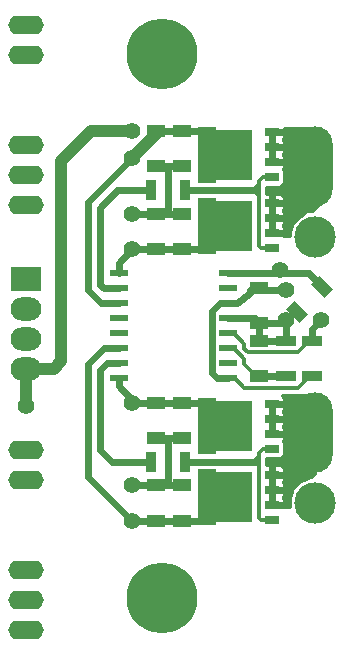
<source format=gbr>
G04 #@! TF.FileFunction,Copper,L2,Bot,Signal*
%FSLAX46Y46*%
G04 Gerber Fmt 4.6, Leading zero omitted, Abs format (unit mm)*
G04 Created by KiCad (PCBNEW 4.0.7) date 04/23/18 08:39:13*
%MOMM*%
%LPD*%
G01*
G04 APERTURE LIST*
%ADD10C,0.100000*%
%ADD11R,2.600000X2.000000*%
%ADD12O,2.600000X2.000000*%
%ADD13R,1.600000X1.000000*%
%ADD14C,2.999740*%
%ADD15C,3.500120*%
%ADD16R,0.600000X0.900000*%
%ADD17R,0.900000X0.600000*%
%ADD18R,1.150000X0.700000*%
%ADD19R,1.550000X4.700000*%
%ADD20R,3.300000X4.200000*%
%ADD21R,0.900000X1.700000*%
%ADD22R,1.700000X0.900000*%
%ADD23R,1.500000X0.600000*%
%ADD24C,6.000000*%
%ADD25O,3.000000X1.600000*%
%ADD26C,1.400000*%
%ADD27C,0.600000*%
%ADD28C,1.000000*%
%ADD29C,0.300000*%
%ADD30C,0.256000*%
G04 APERTURE END LIST*
D10*
D11*
X3500000Y-25000000D03*
D12*
X3500000Y-27540000D03*
X3500000Y-30080000D03*
X3500000Y-32620000D03*
D13*
X23250000Y-25750000D03*
X23250000Y-28750000D03*
X14500000Y-22500000D03*
X14500000Y-19500000D03*
X16750000Y-22500000D03*
X16750000Y-19500000D03*
D10*
G36*
X28348528Y-24770101D02*
X29479899Y-25901472D01*
X28772792Y-26608579D01*
X27641421Y-25477208D01*
X28348528Y-24770101D01*
X28348528Y-24770101D01*
G37*
G36*
X26227208Y-26891421D02*
X27358579Y-28022792D01*
X26651472Y-28729899D01*
X25520101Y-27598528D01*
X26227208Y-26891421D01*
X26227208Y-26891421D01*
G37*
D13*
X14500000Y-15500000D03*
X14500000Y-12500000D03*
X16750000Y-15500000D03*
X16750000Y-12500000D03*
X23250000Y-33250000D03*
X23250000Y-30250000D03*
X14500000Y-45500000D03*
X14500000Y-42500000D03*
X16750000Y-45500000D03*
X16750000Y-42500000D03*
X14500000Y-38500000D03*
X14500000Y-35500000D03*
X16750000Y-38500000D03*
X16750000Y-35500000D03*
D14*
X28000000Y-17405000D03*
X28000000Y-13595000D03*
D15*
X28000000Y-21500000D03*
D14*
X28000000Y-39905000D03*
X28000000Y-36095000D03*
D15*
X28000000Y-44000000D03*
D16*
X21315000Y-19350000D03*
X22165000Y-19350000D03*
X20465000Y-19350000D03*
X21315000Y-21650000D03*
X22165000Y-21650000D03*
X20465000Y-21650000D03*
X20465000Y-20500000D03*
X22165000Y-20500000D03*
D17*
X18615000Y-18620000D03*
X18615000Y-22380000D03*
X18615000Y-19900000D03*
D18*
X24335000Y-19860000D03*
X24335000Y-18590000D03*
X24335000Y-21140000D03*
D19*
X18865000Y-20500000D03*
D20*
X21065000Y-20500000D03*
D18*
X24335000Y-22410000D03*
D17*
X18615000Y-21100000D03*
D16*
X21315000Y-20500000D03*
X21315000Y-13350000D03*
X22165000Y-13350000D03*
X20465000Y-13350000D03*
X21315000Y-15650000D03*
X22165000Y-15650000D03*
X20465000Y-15650000D03*
X20465000Y-14500000D03*
X22165000Y-14500000D03*
D17*
X18615000Y-12620000D03*
X18615000Y-16380000D03*
X18615000Y-13900000D03*
D18*
X24335000Y-13860000D03*
X24335000Y-12590000D03*
X24335000Y-15140000D03*
D19*
X18865000Y-14500000D03*
D20*
X21065000Y-14500000D03*
D18*
X24335000Y-16410000D03*
D17*
X18615000Y-15100000D03*
D16*
X21315000Y-14500000D03*
X21315000Y-42350000D03*
X22165000Y-42350000D03*
X20465000Y-42350000D03*
X21315000Y-44650000D03*
X22165000Y-44650000D03*
X20465000Y-44650000D03*
X20465000Y-43500000D03*
X22165000Y-43500000D03*
D17*
X18615000Y-41620000D03*
X18615000Y-45380000D03*
X18615000Y-42900000D03*
D18*
X24335000Y-42860000D03*
X24335000Y-41590000D03*
X24335000Y-44140000D03*
D19*
X18865000Y-43500000D03*
D20*
X21065000Y-43500000D03*
D18*
X24335000Y-45410000D03*
D17*
X18615000Y-44100000D03*
D16*
X21315000Y-43500000D03*
X21315000Y-36350000D03*
X22165000Y-36350000D03*
X20465000Y-36350000D03*
X21315000Y-38650000D03*
X22165000Y-38650000D03*
X20465000Y-38650000D03*
X20465000Y-37500000D03*
X22165000Y-37500000D03*
D17*
X18615000Y-35620000D03*
X18615000Y-39380000D03*
X18615000Y-36900000D03*
D18*
X24335000Y-36860000D03*
X24335000Y-35590000D03*
X24335000Y-38140000D03*
D19*
X18865000Y-37500000D03*
D20*
X21065000Y-37500000D03*
D18*
X24335000Y-39410000D03*
D17*
X18615000Y-38100000D03*
D16*
X21315000Y-37500000D03*
D21*
X16950000Y-17500000D03*
X14050000Y-17500000D03*
D22*
X27750000Y-33200000D03*
X27750000Y-30300000D03*
X25500000Y-33200000D03*
X25500000Y-30300000D03*
D21*
X16950000Y-40500000D03*
X14050000Y-40500000D03*
D23*
X20650000Y-24555000D03*
X20650000Y-25825000D03*
X20650000Y-27095000D03*
X20650000Y-28365000D03*
X20650000Y-29635000D03*
X20650000Y-30905000D03*
X20650000Y-32175000D03*
X20650000Y-33445000D03*
X11350000Y-33445000D03*
X11350000Y-32175000D03*
X11350000Y-30905000D03*
X11350000Y-29635000D03*
X11350000Y-28365000D03*
X11350000Y-27095000D03*
X11350000Y-25825000D03*
X11350000Y-24555000D03*
D24*
X15000000Y-52000000D03*
X15000000Y-6000000D03*
D25*
X3500000Y-3500000D03*
X3500000Y-6040000D03*
X3500000Y-13660000D03*
X3500000Y-16200000D03*
X3500000Y-18740000D03*
X3500000Y-39500000D03*
X3500000Y-42040000D03*
X3500000Y-49660000D03*
X3500000Y-52200000D03*
X3500000Y-54740000D03*
D26*
X25500000Y-28500000D03*
X12500000Y-12500000D03*
X3500000Y-35750000D03*
X25500000Y-26000000D03*
X12500000Y-22500000D03*
X12500000Y-14750000D03*
X12500000Y-19500000D03*
X25000000Y-24250000D03*
X12500000Y-45500000D03*
X12500000Y-35500000D03*
X12500000Y-42500000D03*
X28500000Y-28500000D03*
D27*
X26439340Y-27810660D02*
X26189340Y-27810660D01*
X26189340Y-27810660D02*
X25500000Y-28500000D01*
X20650000Y-28365000D02*
X22865000Y-28365000D01*
X22865000Y-28365000D02*
X23250000Y-28750000D01*
X23250000Y-30250000D02*
X23250000Y-28750000D01*
X23250000Y-30250000D02*
X25450000Y-30250000D01*
X25450000Y-30250000D02*
X25500000Y-30300000D01*
X25500000Y-28500000D02*
X25500000Y-30300000D01*
X25250000Y-28750000D02*
X23250000Y-28750000D01*
X25500000Y-28500000D02*
X25250000Y-28750000D01*
D28*
X3500000Y-32620000D02*
X5880000Y-32620000D01*
X9000000Y-12500000D02*
X12500000Y-12500000D01*
X6500000Y-15000000D02*
X9000000Y-12500000D01*
X6500000Y-32000000D02*
X6500000Y-15000000D01*
X5880000Y-32620000D02*
X6500000Y-32000000D01*
X3500000Y-35750000D02*
X3500000Y-32620000D01*
D27*
X25500000Y-30300000D02*
X25050000Y-30300000D01*
X25450000Y-30250000D02*
X25500000Y-30300000D01*
D29*
X27750000Y-33200000D02*
X27550000Y-33200000D01*
X27550000Y-33200000D02*
X26500000Y-34250000D01*
X22000000Y-34250000D02*
X21195000Y-33445000D01*
X26500000Y-34250000D02*
X22000000Y-34250000D01*
X21195000Y-33445000D02*
X20650000Y-33445000D01*
D27*
X23500000Y-26000000D02*
X25500000Y-26000000D01*
X23500000Y-26000000D02*
X23250000Y-25750000D01*
X20650000Y-27095000D02*
X21405000Y-27095000D01*
X22500000Y-26000000D02*
X23250000Y-25750000D01*
X22500000Y-26250000D02*
X22500000Y-26000000D01*
X21405000Y-27095000D02*
X22500000Y-26250000D01*
D29*
X20650000Y-33445000D02*
X21195000Y-33445000D01*
D27*
X20650000Y-33445000D02*
X19695000Y-33445000D01*
X19905000Y-27095000D02*
X20650000Y-27095000D01*
X19250000Y-27750000D02*
X19905000Y-27095000D01*
X19250000Y-33000000D02*
X19250000Y-27750000D01*
X19695000Y-33445000D02*
X19250000Y-33000000D01*
D29*
X21195000Y-33445000D02*
X20650000Y-33445000D01*
D27*
X11350000Y-24555000D02*
X11350000Y-23650000D01*
X11350000Y-23650000D02*
X12500000Y-22500000D01*
X12500000Y-22500000D02*
X14500000Y-22500000D01*
X16750000Y-22500000D02*
X18465000Y-22500000D01*
X18465000Y-22500000D02*
X20465000Y-20500000D01*
X14500000Y-22500000D02*
X16750000Y-22500000D01*
X8750000Y-18500000D02*
X8750000Y-26000000D01*
X11350000Y-27095000D02*
X9845000Y-27095000D01*
X9845000Y-27095000D02*
X8750000Y-26000000D01*
X8750000Y-18500000D02*
X12500000Y-14750000D01*
D28*
X14500000Y-12500000D02*
X14500000Y-12750000D01*
X14500000Y-12750000D02*
X12500000Y-14750000D01*
D27*
X16750000Y-12500000D02*
X18465000Y-12500000D01*
X18465000Y-12500000D02*
X20465000Y-14500000D01*
X14500000Y-12500000D02*
X16750000Y-12500000D01*
X12500000Y-19500000D02*
X14500000Y-19500000D01*
X15500000Y-19500000D02*
X15500000Y-15500000D01*
X14500000Y-19500000D02*
X15500000Y-19500000D01*
X15500000Y-19500000D02*
X16750000Y-19500000D01*
X14500000Y-15500000D02*
X15500000Y-15500000D01*
X15500000Y-15500000D02*
X16750000Y-15500000D01*
X25000000Y-24250000D02*
X25305000Y-24555000D01*
X25305000Y-24555000D02*
X27426320Y-24555000D01*
X27426320Y-24555000D02*
X28560660Y-25689340D01*
X20650000Y-24555000D02*
X27426320Y-24555000D01*
X27426320Y-24555000D02*
X28560660Y-25689340D01*
X20650000Y-24555000D02*
X20695000Y-24555000D01*
X23250000Y-33250000D02*
X25450000Y-33250000D01*
X25450000Y-33250000D02*
X25500000Y-33200000D01*
D29*
X20650000Y-30905000D02*
X21080000Y-30905000D01*
X21080000Y-30905000D02*
X22000000Y-31825000D01*
X22000000Y-32250000D02*
X23000000Y-33250000D01*
X22000000Y-31825000D02*
X22000000Y-32250000D01*
X23000000Y-33250000D02*
X23250000Y-33250000D01*
X25450000Y-33250000D02*
X25500000Y-33200000D01*
X20650000Y-30905000D02*
X21155000Y-30905000D01*
X23000000Y-33250000D02*
X23250000Y-33250000D01*
D27*
X11350000Y-30905000D02*
X10095000Y-30905000D01*
X12500000Y-45500000D02*
X12500000Y-45500000D01*
X8750000Y-35000000D02*
X8750000Y-41750000D01*
X8750000Y-41750000D02*
X12500000Y-45500000D01*
X12500000Y-45500000D02*
X14500000Y-45500000D01*
X8750000Y-35000000D02*
X8750000Y-35000000D01*
X8750000Y-32250000D02*
X8750000Y-35000000D01*
X10095000Y-30905000D02*
X8750000Y-32250000D01*
X16750000Y-45500000D02*
X18465000Y-45500000D01*
X18465000Y-45500000D02*
X20465000Y-43500000D01*
X14500000Y-45500000D02*
X16750000Y-45500000D01*
D29*
X12500000Y-35500000D02*
X12750000Y-35500000D01*
X12750000Y-35500000D02*
X12500000Y-35500000D01*
D27*
X11350000Y-33445000D02*
X11350000Y-34100000D01*
X12750000Y-35500000D02*
X12500000Y-35500000D01*
X12500000Y-35500000D02*
X14500000Y-35500000D01*
X11350000Y-34100000D02*
X12750000Y-35500000D01*
X16750000Y-35500000D02*
X18465000Y-35500000D01*
X18465000Y-35500000D02*
X20465000Y-37500000D01*
X14500000Y-35500000D02*
X16750000Y-35500000D01*
X12500000Y-42500000D02*
X14500000Y-42500000D01*
X15500000Y-42500000D02*
X15500000Y-38500000D01*
X14500000Y-42500000D02*
X15500000Y-42500000D01*
X15500000Y-42500000D02*
X16750000Y-42500000D01*
X14500000Y-38500000D02*
X15500000Y-38500000D01*
X15500000Y-38500000D02*
X16750000Y-38500000D01*
X28000000Y-13595000D02*
X27995000Y-13595000D01*
X27995000Y-13595000D02*
X26800000Y-12400000D01*
X26800000Y-12400000D02*
X25800000Y-12400000D01*
D29*
X28000000Y-17405000D02*
X28000000Y-19000000D01*
X27100000Y-19400000D02*
X26000000Y-19400000D01*
X27200000Y-19300000D02*
X27100000Y-19400000D01*
X27700000Y-19300000D02*
X27200000Y-19300000D01*
X28000000Y-19000000D02*
X27700000Y-19300000D01*
D27*
X28000000Y-36095000D02*
X27445000Y-36095000D01*
X27445000Y-36095000D02*
X26400000Y-35050000D01*
X26400000Y-35050000D02*
X25850000Y-35050000D01*
D29*
X24335000Y-35590000D02*
X27495000Y-35590000D01*
X27495000Y-35590000D02*
X28000000Y-36095000D01*
X28000000Y-39905000D02*
X28000000Y-41500000D01*
X27750000Y-41750000D02*
X26000000Y-41750000D01*
X28000000Y-41500000D02*
X27750000Y-41750000D01*
X22750000Y-17500000D02*
X23250000Y-18000000D01*
X22750000Y-17500000D02*
X23250000Y-17000000D01*
X23250000Y-16750000D02*
X23250000Y-17000000D01*
X23590000Y-16410000D02*
X24335000Y-16410000D01*
X23590000Y-16410000D02*
X23250000Y-16750000D01*
X23250000Y-17000000D02*
X23250000Y-18000000D01*
X23250000Y-18000000D02*
X23250000Y-22250000D01*
X24335000Y-22410000D02*
X23410000Y-22410000D01*
X23410000Y-22410000D02*
X23250000Y-22250000D01*
D27*
X23000000Y-17500000D02*
X22750000Y-17500000D01*
X22750000Y-17500000D02*
X17200000Y-17500000D01*
D29*
X27750000Y-30300000D02*
X27450000Y-30300000D01*
X27450000Y-30300000D02*
X26525000Y-31225000D01*
X20650000Y-29635000D02*
X21110000Y-29635000D01*
X21110000Y-29635000D02*
X21975000Y-30500000D01*
X22275000Y-31225000D02*
X26525000Y-31225000D01*
X21975000Y-30925000D02*
X22275000Y-31225000D01*
X21975000Y-30500000D02*
X21975000Y-30925000D01*
X27500000Y-30300000D02*
X27750000Y-30300000D01*
D27*
X27750000Y-29250000D02*
X27750000Y-30300000D01*
X28500000Y-28500000D02*
X27750000Y-29250000D01*
X27750000Y-30300000D02*
X27750000Y-30300000D01*
D29*
X20650000Y-29635000D02*
X21135000Y-29635000D01*
X23250000Y-40000000D02*
X22750000Y-40500000D01*
X23250000Y-39750000D02*
X23250000Y-40000000D01*
X23600000Y-39410000D02*
X23590000Y-39410000D01*
X23600000Y-39410000D02*
X24335000Y-39410000D01*
X23590000Y-39410000D02*
X23250000Y-39750000D01*
X23250000Y-40000000D02*
X23250000Y-41000000D01*
X23250000Y-41000000D02*
X23250000Y-45250000D01*
X23250000Y-45250000D02*
X23410000Y-45410000D01*
X24335000Y-45410000D02*
X23410000Y-45410000D01*
D27*
X17300000Y-40500000D02*
X22750000Y-40500000D01*
X22750000Y-40500000D02*
X23000000Y-40500000D01*
X9750000Y-21750000D02*
X9750000Y-19000000D01*
X9750000Y-21750000D02*
X9750000Y-21750000D01*
X9750000Y-25500000D02*
X9750000Y-21750000D01*
X10075000Y-25825000D02*
X9750000Y-25500000D01*
X9750000Y-19000000D02*
X11250000Y-17500000D01*
X14050000Y-17500000D02*
X11250000Y-17500000D01*
X10075000Y-25825000D02*
X11350000Y-25825000D01*
X11350000Y-32175000D02*
X10325000Y-32175000D01*
X10750000Y-40500000D02*
X14050000Y-40500000D01*
X9750000Y-39500000D02*
X10750000Y-40500000D01*
X9750000Y-34500000D02*
X9750000Y-39500000D01*
X9750000Y-34500000D02*
X9750000Y-34500000D01*
X9750000Y-32750000D02*
X9750000Y-34500000D01*
X10325000Y-32175000D02*
X9750000Y-32750000D01*
D30*
G36*
X25872000Y-19400000D02*
X25880754Y-19446523D01*
X25908249Y-19489251D01*
X25950201Y-19517915D01*
X26000000Y-19528000D01*
X27069041Y-19528000D01*
X26767840Y-19652454D01*
X26154607Y-20264617D01*
X25822319Y-21064856D01*
X25822051Y-21372000D01*
X25291000Y-21372000D01*
X25231000Y-21312000D01*
X24507000Y-21312000D01*
X24507000Y-21332000D01*
X24163000Y-21332000D01*
X24163000Y-21312000D01*
X24143000Y-21312000D01*
X24143000Y-20968000D01*
X24163000Y-20968000D01*
X24163000Y-20032000D01*
X24507000Y-20032000D01*
X24507000Y-20968000D01*
X25231000Y-20968000D01*
X25338000Y-20861000D01*
X25338000Y-20704866D01*
X25272841Y-20547558D01*
X25225283Y-20500000D01*
X25272841Y-20452442D01*
X25338000Y-20295134D01*
X25338000Y-20139000D01*
X25231000Y-20032000D01*
X24507000Y-20032000D01*
X24163000Y-20032000D01*
X24143000Y-20032000D01*
X24143000Y-19688000D01*
X24163000Y-19688000D01*
X24163000Y-18762000D01*
X24507000Y-18762000D01*
X24507000Y-19688000D01*
X25231000Y-19688000D01*
X25338000Y-19581000D01*
X25338000Y-19424866D01*
X25272841Y-19267558D01*
X25230283Y-19225000D01*
X25272841Y-19182442D01*
X25338000Y-19025134D01*
X25338000Y-18869000D01*
X25231000Y-18762000D01*
X24507000Y-18762000D01*
X24163000Y-18762000D01*
X24143000Y-18762000D01*
X24143000Y-18418000D01*
X24163000Y-18418000D01*
X24163000Y-17919000D01*
X24507000Y-17919000D01*
X24507000Y-18418000D01*
X25231000Y-18418000D01*
X25338000Y-18311000D01*
X25338000Y-18154866D01*
X25272841Y-17997558D01*
X25152443Y-17877159D01*
X24995135Y-17812000D01*
X24614000Y-17812000D01*
X24507000Y-17919000D01*
X24163000Y-17919000D01*
X24056000Y-17812000D01*
X23828000Y-17812000D01*
X23828000Y-17196385D01*
X24910000Y-17196385D01*
X25068607Y-17166541D01*
X25214279Y-17072804D01*
X25312004Y-16929778D01*
X25346385Y-16760000D01*
X25346385Y-16060000D01*
X25316541Y-15901393D01*
X25233281Y-15772003D01*
X25272841Y-15732442D01*
X25338000Y-15575134D01*
X25338000Y-15419000D01*
X25231000Y-15312000D01*
X24507000Y-15312000D01*
X24507000Y-15332000D01*
X24163000Y-15332000D01*
X24163000Y-15312000D01*
X24143000Y-15312000D01*
X24143000Y-14968000D01*
X24163000Y-14968000D01*
X24163000Y-14032000D01*
X24507000Y-14032000D01*
X24507000Y-14968000D01*
X25231000Y-14968000D01*
X25338000Y-14861000D01*
X25338000Y-14704866D01*
X25272841Y-14547558D01*
X25225283Y-14500000D01*
X25272841Y-14452442D01*
X25338000Y-14295134D01*
X25338000Y-14139000D01*
X25231000Y-14032000D01*
X24507000Y-14032000D01*
X24163000Y-14032000D01*
X24143000Y-14032000D01*
X24143000Y-13688000D01*
X24163000Y-13688000D01*
X24163000Y-12762000D01*
X24507000Y-12762000D01*
X24507000Y-13688000D01*
X25231000Y-13688000D01*
X25338000Y-13581000D01*
X25338000Y-13424866D01*
X25272841Y-13267558D01*
X25230283Y-13225000D01*
X25272841Y-13182442D01*
X25338000Y-13025134D01*
X25338000Y-12869000D01*
X25231000Y-12762000D01*
X24507000Y-12762000D01*
X24163000Y-12762000D01*
X24143000Y-12762000D01*
X24143000Y-12418000D01*
X24163000Y-12418000D01*
X24163000Y-12398000D01*
X24507000Y-12398000D01*
X24507000Y-12418000D01*
X25231000Y-12418000D01*
X25338000Y-12311000D01*
X25338000Y-12228000D01*
X25872000Y-12228000D01*
X25872000Y-19400000D01*
X25872000Y-19400000D01*
G37*
X25872000Y-19400000D02*
X25880754Y-19446523D01*
X25908249Y-19489251D01*
X25950201Y-19517915D01*
X26000000Y-19528000D01*
X27069041Y-19528000D01*
X26767840Y-19652454D01*
X26154607Y-20264617D01*
X25822319Y-21064856D01*
X25822051Y-21372000D01*
X25291000Y-21372000D01*
X25231000Y-21312000D01*
X24507000Y-21312000D01*
X24507000Y-21332000D01*
X24163000Y-21332000D01*
X24163000Y-21312000D01*
X24143000Y-21312000D01*
X24143000Y-20968000D01*
X24163000Y-20968000D01*
X24163000Y-20032000D01*
X24507000Y-20032000D01*
X24507000Y-20968000D01*
X25231000Y-20968000D01*
X25338000Y-20861000D01*
X25338000Y-20704866D01*
X25272841Y-20547558D01*
X25225283Y-20500000D01*
X25272841Y-20452442D01*
X25338000Y-20295134D01*
X25338000Y-20139000D01*
X25231000Y-20032000D01*
X24507000Y-20032000D01*
X24163000Y-20032000D01*
X24143000Y-20032000D01*
X24143000Y-19688000D01*
X24163000Y-19688000D01*
X24163000Y-18762000D01*
X24507000Y-18762000D01*
X24507000Y-19688000D01*
X25231000Y-19688000D01*
X25338000Y-19581000D01*
X25338000Y-19424866D01*
X25272841Y-19267558D01*
X25230283Y-19225000D01*
X25272841Y-19182442D01*
X25338000Y-19025134D01*
X25338000Y-18869000D01*
X25231000Y-18762000D01*
X24507000Y-18762000D01*
X24163000Y-18762000D01*
X24143000Y-18762000D01*
X24143000Y-18418000D01*
X24163000Y-18418000D01*
X24163000Y-17919000D01*
X24507000Y-17919000D01*
X24507000Y-18418000D01*
X25231000Y-18418000D01*
X25338000Y-18311000D01*
X25338000Y-18154866D01*
X25272841Y-17997558D01*
X25152443Y-17877159D01*
X24995135Y-17812000D01*
X24614000Y-17812000D01*
X24507000Y-17919000D01*
X24163000Y-17919000D01*
X24056000Y-17812000D01*
X23828000Y-17812000D01*
X23828000Y-17196385D01*
X24910000Y-17196385D01*
X25068607Y-17166541D01*
X25214279Y-17072804D01*
X25312004Y-16929778D01*
X25346385Y-16760000D01*
X25346385Y-16060000D01*
X25316541Y-15901393D01*
X25233281Y-15772003D01*
X25272841Y-15732442D01*
X25338000Y-15575134D01*
X25338000Y-15419000D01*
X25231000Y-15312000D01*
X24507000Y-15312000D01*
X24507000Y-15332000D01*
X24163000Y-15332000D01*
X24163000Y-15312000D01*
X24143000Y-15312000D01*
X24143000Y-14968000D01*
X24163000Y-14968000D01*
X24163000Y-14032000D01*
X24507000Y-14032000D01*
X24507000Y-14968000D01*
X25231000Y-14968000D01*
X25338000Y-14861000D01*
X25338000Y-14704866D01*
X25272841Y-14547558D01*
X25225283Y-14500000D01*
X25272841Y-14452442D01*
X25338000Y-14295134D01*
X25338000Y-14139000D01*
X25231000Y-14032000D01*
X24507000Y-14032000D01*
X24163000Y-14032000D01*
X24143000Y-14032000D01*
X24143000Y-13688000D01*
X24163000Y-13688000D01*
X24163000Y-12762000D01*
X24507000Y-12762000D01*
X24507000Y-13688000D01*
X25231000Y-13688000D01*
X25338000Y-13581000D01*
X25338000Y-13424866D01*
X25272841Y-13267558D01*
X25230283Y-13225000D01*
X25272841Y-13182442D01*
X25338000Y-13025134D01*
X25338000Y-12869000D01*
X25231000Y-12762000D01*
X24507000Y-12762000D01*
X24163000Y-12762000D01*
X24143000Y-12762000D01*
X24143000Y-12418000D01*
X24163000Y-12418000D01*
X24163000Y-12398000D01*
X24507000Y-12398000D01*
X24507000Y-12418000D01*
X25231000Y-12418000D01*
X25338000Y-12311000D01*
X25338000Y-12228000D01*
X25872000Y-12228000D01*
X25872000Y-19400000D01*
G36*
X25872000Y-41750000D02*
X25880754Y-41796523D01*
X25908249Y-41839251D01*
X25950201Y-41867915D01*
X26000000Y-41878000D01*
X27432068Y-41878000D01*
X26767840Y-42152454D01*
X26154607Y-42764617D01*
X25822319Y-43564856D01*
X25821614Y-44372000D01*
X25291000Y-44372000D01*
X25231000Y-44312000D01*
X24507000Y-44312000D01*
X24507000Y-44332000D01*
X24163000Y-44332000D01*
X24163000Y-44312000D01*
X24143000Y-44312000D01*
X24143000Y-43968000D01*
X24163000Y-43968000D01*
X24163000Y-43032000D01*
X24507000Y-43032000D01*
X24507000Y-43968000D01*
X25231000Y-43968000D01*
X25338000Y-43861000D01*
X25338000Y-43704866D01*
X25272841Y-43547558D01*
X25225283Y-43500000D01*
X25272841Y-43452442D01*
X25338000Y-43295134D01*
X25338000Y-43139000D01*
X25231000Y-43032000D01*
X24507000Y-43032000D01*
X24163000Y-43032000D01*
X24143000Y-43032000D01*
X24143000Y-42688000D01*
X24163000Y-42688000D01*
X24163000Y-41762000D01*
X24507000Y-41762000D01*
X24507000Y-42688000D01*
X25231000Y-42688000D01*
X25338000Y-42581000D01*
X25338000Y-42424866D01*
X25272841Y-42267558D01*
X25230283Y-42225000D01*
X25272841Y-42182442D01*
X25338000Y-42025134D01*
X25338000Y-41869000D01*
X25231000Y-41762000D01*
X24507000Y-41762000D01*
X24163000Y-41762000D01*
X24143000Y-41762000D01*
X24143000Y-41418000D01*
X24163000Y-41418000D01*
X24163000Y-40919000D01*
X24507000Y-40919000D01*
X24507000Y-41418000D01*
X25231000Y-41418000D01*
X25338000Y-41311000D01*
X25338000Y-41154866D01*
X25272841Y-40997558D01*
X25152443Y-40877159D01*
X24995135Y-40812000D01*
X24614000Y-40812000D01*
X24507000Y-40919000D01*
X24163000Y-40919000D01*
X24056000Y-40812000D01*
X23828000Y-40812000D01*
X23828000Y-40196385D01*
X24910000Y-40196385D01*
X25068607Y-40166541D01*
X25214279Y-40072804D01*
X25312004Y-39929778D01*
X25346385Y-39760000D01*
X25346385Y-39060000D01*
X25316541Y-38901393D01*
X25233281Y-38772003D01*
X25272841Y-38732442D01*
X25338000Y-38575134D01*
X25338000Y-38419000D01*
X25231000Y-38312000D01*
X24507000Y-38312000D01*
X24507000Y-38332000D01*
X24163000Y-38332000D01*
X24163000Y-38312000D01*
X24143000Y-38312000D01*
X24143000Y-37968000D01*
X24163000Y-37968000D01*
X24163000Y-37032000D01*
X24507000Y-37032000D01*
X24507000Y-37968000D01*
X25231000Y-37968000D01*
X25338000Y-37861000D01*
X25338000Y-37704866D01*
X25272841Y-37547558D01*
X25225283Y-37500000D01*
X25272841Y-37452442D01*
X25338000Y-37295134D01*
X25338000Y-37139000D01*
X25231000Y-37032000D01*
X24507000Y-37032000D01*
X24163000Y-37032000D01*
X24143000Y-37032000D01*
X24143000Y-36688000D01*
X24163000Y-36688000D01*
X24163000Y-35762000D01*
X24507000Y-35762000D01*
X24507000Y-36688000D01*
X25231000Y-36688000D01*
X25338000Y-36581000D01*
X25338000Y-36424866D01*
X25272841Y-36267558D01*
X25230283Y-36225000D01*
X25272841Y-36182442D01*
X25338000Y-36025134D01*
X25338000Y-35869000D01*
X25231000Y-35762000D01*
X24507000Y-35762000D01*
X24163000Y-35762000D01*
X24143000Y-35762000D01*
X24143000Y-35418000D01*
X24163000Y-35418000D01*
X24163000Y-35398000D01*
X24507000Y-35398000D01*
X24507000Y-35418000D01*
X25231000Y-35418000D01*
X25338000Y-35311000D01*
X25338000Y-35154866D01*
X25272841Y-34997558D01*
X25153284Y-34878000D01*
X25872000Y-34878000D01*
X25872000Y-41750000D01*
X25872000Y-41750000D01*
G37*
X25872000Y-41750000D02*
X25880754Y-41796523D01*
X25908249Y-41839251D01*
X25950201Y-41867915D01*
X26000000Y-41878000D01*
X27432068Y-41878000D01*
X26767840Y-42152454D01*
X26154607Y-42764617D01*
X25822319Y-43564856D01*
X25821614Y-44372000D01*
X25291000Y-44372000D01*
X25231000Y-44312000D01*
X24507000Y-44312000D01*
X24507000Y-44332000D01*
X24163000Y-44332000D01*
X24163000Y-44312000D01*
X24143000Y-44312000D01*
X24143000Y-43968000D01*
X24163000Y-43968000D01*
X24163000Y-43032000D01*
X24507000Y-43032000D01*
X24507000Y-43968000D01*
X25231000Y-43968000D01*
X25338000Y-43861000D01*
X25338000Y-43704866D01*
X25272841Y-43547558D01*
X25225283Y-43500000D01*
X25272841Y-43452442D01*
X25338000Y-43295134D01*
X25338000Y-43139000D01*
X25231000Y-43032000D01*
X24507000Y-43032000D01*
X24163000Y-43032000D01*
X24143000Y-43032000D01*
X24143000Y-42688000D01*
X24163000Y-42688000D01*
X24163000Y-41762000D01*
X24507000Y-41762000D01*
X24507000Y-42688000D01*
X25231000Y-42688000D01*
X25338000Y-42581000D01*
X25338000Y-42424866D01*
X25272841Y-42267558D01*
X25230283Y-42225000D01*
X25272841Y-42182442D01*
X25338000Y-42025134D01*
X25338000Y-41869000D01*
X25231000Y-41762000D01*
X24507000Y-41762000D01*
X24163000Y-41762000D01*
X24143000Y-41762000D01*
X24143000Y-41418000D01*
X24163000Y-41418000D01*
X24163000Y-40919000D01*
X24507000Y-40919000D01*
X24507000Y-41418000D01*
X25231000Y-41418000D01*
X25338000Y-41311000D01*
X25338000Y-41154866D01*
X25272841Y-40997558D01*
X25152443Y-40877159D01*
X24995135Y-40812000D01*
X24614000Y-40812000D01*
X24507000Y-40919000D01*
X24163000Y-40919000D01*
X24056000Y-40812000D01*
X23828000Y-40812000D01*
X23828000Y-40196385D01*
X24910000Y-40196385D01*
X25068607Y-40166541D01*
X25214279Y-40072804D01*
X25312004Y-39929778D01*
X25346385Y-39760000D01*
X25346385Y-39060000D01*
X25316541Y-38901393D01*
X25233281Y-38772003D01*
X25272841Y-38732442D01*
X25338000Y-38575134D01*
X25338000Y-38419000D01*
X25231000Y-38312000D01*
X24507000Y-38312000D01*
X24507000Y-38332000D01*
X24163000Y-38332000D01*
X24163000Y-38312000D01*
X24143000Y-38312000D01*
X24143000Y-37968000D01*
X24163000Y-37968000D01*
X24163000Y-37032000D01*
X24507000Y-37032000D01*
X24507000Y-37968000D01*
X25231000Y-37968000D01*
X25338000Y-37861000D01*
X25338000Y-37704866D01*
X25272841Y-37547558D01*
X25225283Y-37500000D01*
X25272841Y-37452442D01*
X25338000Y-37295134D01*
X25338000Y-37139000D01*
X25231000Y-37032000D01*
X24507000Y-37032000D01*
X24163000Y-37032000D01*
X24143000Y-37032000D01*
X24143000Y-36688000D01*
X24163000Y-36688000D01*
X24163000Y-35762000D01*
X24507000Y-35762000D01*
X24507000Y-36688000D01*
X25231000Y-36688000D01*
X25338000Y-36581000D01*
X25338000Y-36424866D01*
X25272841Y-36267558D01*
X25230283Y-36225000D01*
X25272841Y-36182442D01*
X25338000Y-36025134D01*
X25338000Y-35869000D01*
X25231000Y-35762000D01*
X24507000Y-35762000D01*
X24163000Y-35762000D01*
X24143000Y-35762000D01*
X24143000Y-35418000D01*
X24163000Y-35418000D01*
X24163000Y-35398000D01*
X24507000Y-35398000D01*
X24507000Y-35418000D01*
X25231000Y-35418000D01*
X25338000Y-35311000D01*
X25338000Y-35154866D01*
X25272841Y-34997558D01*
X25153284Y-34878000D01*
X25872000Y-34878000D01*
X25872000Y-41750000D01*
G36*
X29372000Y-36053020D02*
X29372000Y-39946980D01*
X27696980Y-41622000D01*
X26128000Y-41622000D01*
X26128000Y-34878000D01*
X28196980Y-34878000D01*
X29372000Y-36053020D01*
X29372000Y-36053020D01*
G37*
X29372000Y-36053020D02*
X29372000Y-39946980D01*
X27696980Y-41622000D01*
X26128000Y-41622000D01*
X26128000Y-34878000D01*
X28196980Y-34878000D01*
X29372000Y-36053020D01*
G36*
X29372000Y-13653020D02*
X29372000Y-17446980D01*
X28309490Y-18509490D01*
X28281408Y-18551835D01*
X28272000Y-18600000D01*
X28272000Y-18746980D01*
X27746980Y-19272000D01*
X26128000Y-19272000D01*
X26128000Y-12228000D01*
X27946980Y-12228000D01*
X29372000Y-13653020D01*
X29372000Y-13653020D01*
G37*
X29372000Y-13653020D02*
X29372000Y-17446980D01*
X28309490Y-18509490D01*
X28281408Y-18551835D01*
X28272000Y-18600000D01*
X28272000Y-18746980D01*
X27746980Y-19272000D01*
X26128000Y-19272000D01*
X26128000Y-12228000D01*
X27946980Y-12228000D01*
X29372000Y-13653020D01*
M02*

</source>
